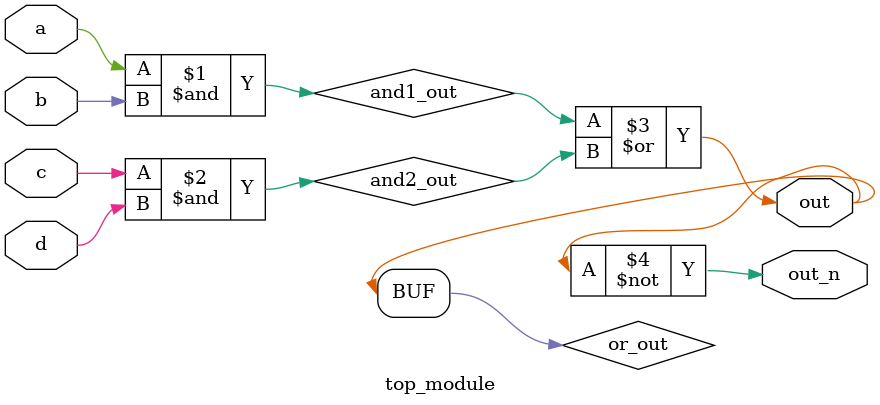
<source format=sv>
module top_module (
    input a,
    input b,
    input c,
    input d,
    output out,
    output out_n
);

    wire and1_out, and2_out, or_out;

    // First layer: AND gates
    and(and1_out, a, b);
    and(and2_out, c, d);

    // Second layer: OR gate
    or(or_out, and1_out, and2_out);

    // Assign outputs
    assign out = or_out;
    assign out_n = ~out;

endmodule

</source>
